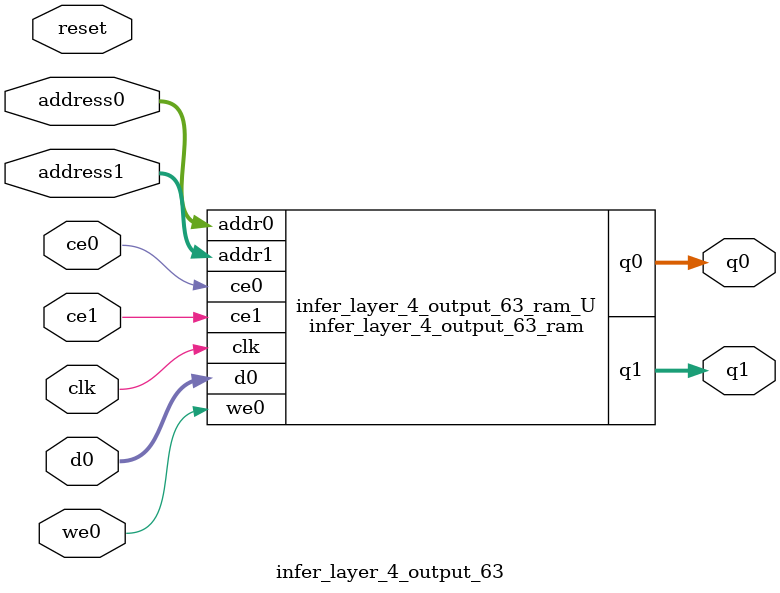
<source format=v>
`timescale 1 ns / 1 ps
module infer_layer_4_output_63_ram (addr0, ce0, d0, we0, q0, addr1, ce1, q1,  clk);

parameter DWIDTH = 32;
parameter AWIDTH = 9;
parameter MEM_SIZE = 333;

input[AWIDTH-1:0] addr0;
input ce0;
input[DWIDTH-1:0] d0;
input we0;
output reg[DWIDTH-1:0] q0;
input[AWIDTH-1:0] addr1;
input ce1;
output reg[DWIDTH-1:0] q1;
input clk;

reg [DWIDTH-1:0] ram[0:MEM_SIZE-1];




always @(posedge clk)  
begin 
    if (ce0) begin
        if (we0) 
            ram[addr0] <= d0; 
        q0 <= ram[addr0];
    end
end


always @(posedge clk)  
begin 
    if (ce1) begin
        q1 <= ram[addr1];
    end
end


endmodule

`timescale 1 ns / 1 ps
module infer_layer_4_output_63(
    reset,
    clk,
    address0,
    ce0,
    we0,
    d0,
    q0,
    address1,
    ce1,
    q1);

parameter DataWidth = 32'd32;
parameter AddressRange = 32'd333;
parameter AddressWidth = 32'd9;
input reset;
input clk;
input[AddressWidth - 1:0] address0;
input ce0;
input we0;
input[DataWidth - 1:0] d0;
output[DataWidth - 1:0] q0;
input[AddressWidth - 1:0] address1;
input ce1;
output[DataWidth - 1:0] q1;



infer_layer_4_output_63_ram infer_layer_4_output_63_ram_U(
    .clk( clk ),
    .addr0( address0 ),
    .ce0( ce0 ),
    .we0( we0 ),
    .d0( d0 ),
    .q0( q0 ),
    .addr1( address1 ),
    .ce1( ce1 ),
    .q1( q1 ));

endmodule


</source>
